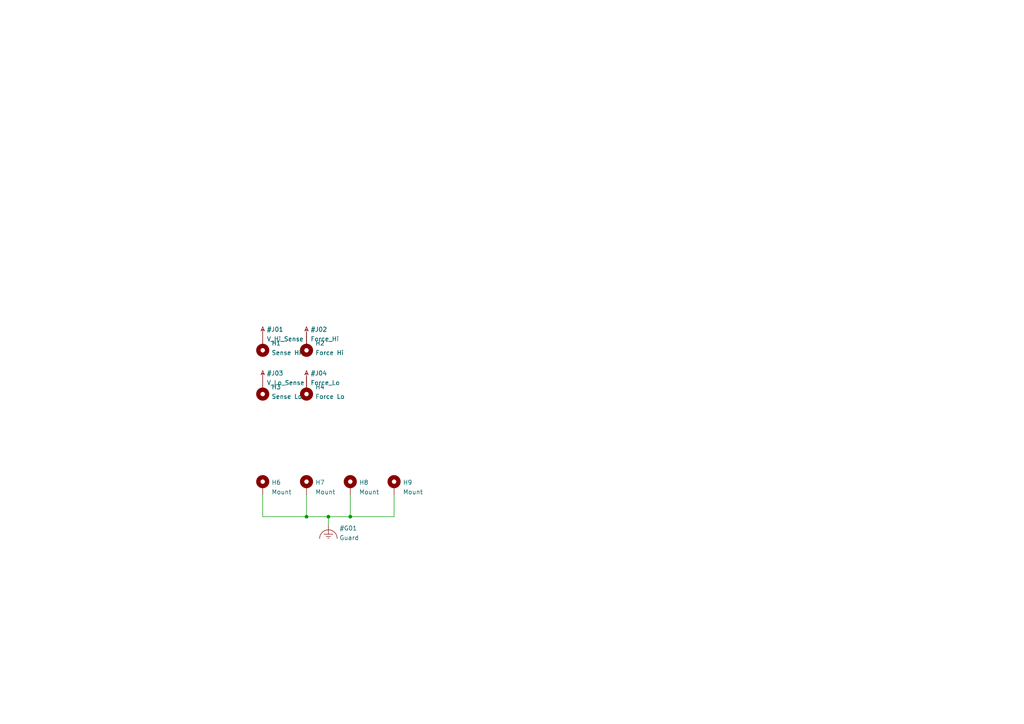
<source format=kicad_sch>
(kicad_sch (version 20210621) (generator eeschema)
  (paper "A4")
  (lib_symbols
    (symbol "Mechanical:MountingHole_Pad" (pin_numbers hide) (pin_names (offset 1.016) hide)
      (property "Reference" "H" (at 0 6.35 0))
      (property "Value" "MountingHole_Pad" (at 0 4.445 0))
      (symbol "MountingHole_Pad_0_1"
        (circle (center 0 1.27) (radius 1.27) (stroke (width 1.27)))
      )
      (symbol "MountingHole_Pad_1_1"
        (pin input line (at 0 -2.54 90) (length 2.54) (name "1") (number "1"))
      )
    )
    (symbol "kelvin:Force_Hi" (power) (in_bom no) (on_board no)
      (property "Reference" "J" (at -1.27 0 0))
      (property "Value" "Force_Hi" (at 0 -2.54 0))
      (symbol "Force_Hi_0_1"
        (polyline (pts (xy 0 0) (xy 0 1.016) (xy 0 1.016)))
        (polyline (pts (xy 0 1.016) (xy 0.508 0.508) (xy 0 1.778) (xy -0.508 0.508) (xy 0 1.016) (xy 0 1.016)))
      )
      (symbol "Force_Hi_1_1"
        (pin bidirectional line (at 0 -1.27 90) (length 1.25) (name "") (number ""))
      )
    )
    (symbol "kelvin:Force_Lo" (power) (in_bom no) (on_board no)
      (property "Reference" "J" (at -1.27 0 0))
      (property "Value" "Force_Lo" (at 0 -2.54 0))
      (symbol "Force_Lo_0_1"
        (polyline (pts (xy 0 0) (xy 0 1.016) (xy 0 1.016)))
        (polyline (pts (xy 0 1.016) (xy 0.508 0.508) (xy 0 1.778) (xy -0.508 0.508) (xy 0 1.016) (xy 0 1.016)))
      )
      (symbol "Force_Lo_1_1"
        (pin bidirectional line (at 0 -1.27 90) (length 1.25) (name "") (number ""))
      )
    )
    (symbol "kelvin:Guard" (power) (in_bom no) (on_board no)
      (property "Reference" "G" (at 1.27 1.27 0))
      (property "Value" "Guard" (at 0 -3.81 0))
      (symbol "Guard_0_1"
        (arc (start 2.54 -2.54) (end -2.54 -2.54) (radius (at 0 -2.54) (length 2.54) (angles 0.1 179.9)))
        (polyline (pts (xy -0.635 -1.905) (xy 0.635 -1.905)))
        (polyline (pts (xy -0.1875 -2.4) (xy 0.175 -2.4)))
        (polyline (pts (xy 1.27 -1.27) (xy -1.27 -1.27)))
      )
      (symbol "Guard_1_1"
        (pin passive line (at 0 1.27 270) (length 2.54) (name "") (number ""))
      )
    )
    (symbol "kelvin:V_Hi_Sense" (power) (in_bom no) (on_board no)
      (property "Reference" "J" (at -1.27 0 0))
      (property "Value" "V_Hi_Sense" (at 0 -2.54 0))
      (symbol "V_Hi_Sense_0_1"
        (polyline (pts (xy 0 0) (xy 0 1.016) (xy 0 1.016)))
        (polyline (pts (xy 0 1.016) (xy 0.508 0.508) (xy 0 1.778) (xy -0.508 0.508) (xy 0 1.016) (xy 0 1.016)))
      )
      (symbol "V_Hi_Sense_1_1"
        (pin bidirectional line (at 0 -1.27 90) (length 1.25) (name "") (number ""))
      )
    )
    (symbol "kelvin:V_Lo_Sense" (power) (in_bom no) (on_board no)
      (property "Reference" "J" (at -1.27 0 0))
      (property "Value" "V_Lo_Sense" (at 0 -2.54 0))
      (symbol "V_Lo_Sense_0_1"
        (polyline (pts (xy 0 0) (xy 0 1.016) (xy 0 1.016)))
        (polyline (pts (xy 0 1.016) (xy 0.508 0.508) (xy 0 1.778) (xy -0.508 0.508) (xy 0 1.016) (xy 0 1.016)))
      )
      (symbol "V_Lo_Sense_1_1"
        (pin bidirectional line (at 0 -1.27 90) (length 1.25) (name "") (number ""))
      )
    )
  )
  (junction (at 88.9 149.86))
  (junction (at 95.25 149.86))
  (junction (at 101.6 149.86))
  (wire (pts (xy 76.2 143.51) (xy 76.2 149.86)))
  (wire (pts (xy 76.2 149.86) (xy 88.9 149.86)))
  (wire (pts (xy 88.9 143.51) (xy 88.9 149.86)))
  (wire (pts (xy 88.9 149.86) (xy 95.25 149.86)))
  (wire (pts (xy 95.25 149.86) (xy 95.25 152.4)))
  (wire (pts (xy 101.6 143.51) (xy 101.6 149.86)))
  (wire (pts (xy 101.6 149.86) (xy 95.25 149.86)))
  (wire (pts (xy 114.3 143.51) (xy 114.3 149.86)))
  (wire (pts (xy 114.3 149.86) (xy 101.6 149.86)))
  (symbol (lib_id "kelvin:V_Hi_Sense") (at 76.2 96.52 0) (unit 1) (in_bom no) (on_board no)
    (property "Reference" "#J01" (at 77.3431 95.548 0) (effects (justify left)))
    (property "Value" "V_Hi_Sense" (at 77.3431 98.3231 0) (effects (justify left)))
  )
  (symbol (lib_id "kelvin:V_Lo_Sense") (at 76.2 109.22 0) (unit 1)
    (property "Reference" "#J03" (at 77.3431 108.248 0) (effects (justify left)))
    (property "Value" "V_Lo_Sense" (at 77.3431 111.0231 0) (effects (justify left)))
  )
  (symbol (lib_id "kelvin:Force_Hi") (at 88.9 96.52 0) (unit 1)
    (property "Reference" "#J02" (at 90.0431 95.548 0) (effects (justify left)))
    (property "Value" "Force_Hi" (at 90.0431 98.3231 0) (effects (justify left)))
  )
  (symbol (lib_id "kelvin:Force_Lo") (at 88.9 109.22 0) (unit 1)
    (property "Reference" "#J04" (at 90.0431 108.248 0) (effects (justify left)))
    (property "Value" "Force_Lo" (at 90.0431 111.0231 0) (effects (justify left)))
  )
  (symbol (lib_id "kelvin:Guard") (at 95.25 153.67 0) (unit 1) (in_bom no) (on_board no)
    (property "Reference" "#G01" (at 98.4251 153.206 0) (effects (justify left)))
    (property "Value" "Guard" (at 98.4251 155.9811 0) (effects (justify left)))
  )
  (symbol (lib_id "Mechanical:MountingHole_Pad") (at 76.2 100.33 180) (unit 1)
    (property "Reference" "H1" (at 78.7401 99.5485 0) (effects (justify right)))
    (property "Value" "Sense Hi" (at 78.7401 102.3236 0) (effects (justify right)))
    (property "Footprint" "kelvin:Pomona_Banana" (effects hide))
  )
  (symbol (lib_id "Mechanical:MountingHole_Pad") (at 76.2 113.03 180) (unit 1)
    (property "Reference" "H3" (at 78.7401 112.2485 0) (effects (justify right)))
    (property "Value" "Sense Lo" (at 78.7401 115.0236 0) (effects (justify right)))
    (property "Footprint" "kelvin:Pomona_Banana" (effects hide))
  )
  (symbol (lib_id "Mechanical:MountingHole_Pad") (at 76.2 140.97 0) (unit 1)
    (property "Reference" "H6" (at 78.7401 139.9345 0) (effects (justify left)))
    (property "Value" "Mount" (at 78.7401 142.7096 0) (effects (justify left)))
    (property "Footprint" "kelvin:m3 mounting pad" (effects hide))
  )
  (symbol (lib_id "Mechanical:MountingHole_Pad") (at 88.9 100.33 180) (unit 1)
    (property "Reference" "H2" (at 91.4401 99.5485 0) (effects (justify right)))
    (property "Value" "Force Hi" (at 91.4401 102.3236 0) (effects (justify right)))
    (property "Footprint" "kelvin:Pomona_Banana" (effects hide))
  )
  (symbol (lib_id "Mechanical:MountingHole_Pad") (at 88.9 113.03 180) (unit 1)
    (property "Reference" "H4" (at 91.4401 112.2485 0) (effects (justify right)))
    (property "Value" "Force Lo" (at 91.4401 115.0236 0) (effects (justify right)))
    (property "Footprint" "kelvin:Pomona_Banana" (effects hide))
  )
  (symbol (lib_id "Mechanical:MountingHole_Pad") (at 88.9 140.97 0) (unit 1)
    (property "Reference" "H7" (at 91.4401 139.9345 0) (effects (justify left)))
    (property "Value" "Mount" (at 91.4401 142.7096 0) (effects (justify left)))
    (property "Footprint" "kelvin:m3 mounting pad" (effects hide))
  )
  (symbol (lib_id "Mechanical:MountingHole_Pad") (at 101.6 140.97 0) (unit 1)
    (property "Reference" "H8" (at 104.1401 139.9345 0) (effects (justify left)))
    (property "Value" "Mount" (at 104.1401 142.7096 0) (effects (justify left)))
    (property "Footprint" "kelvin:m3 mounting pad" (effects hide))
  )
  (symbol (lib_id "Mechanical:MountingHole_Pad") (at 114.3 140.97 0) (unit 1)
    (property "Reference" "H9" (at 116.8401 139.9345 0) (effects (justify left)))
    (property "Value" "Mount" (at 116.8401 142.7096 0) (effects (justify left)))
    (property "Footprint" "kelvin:m3 mounting pad" (effects hide))
  )
)
</source>
